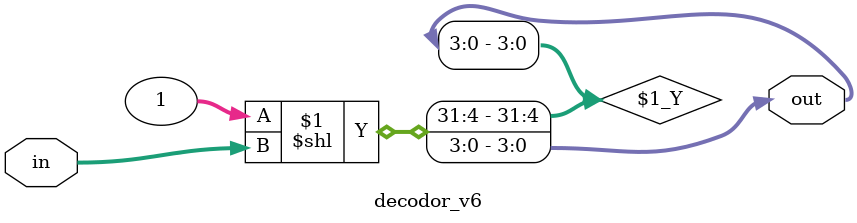
<source format=v>
module decodor_v6
	(
		input wire [1:0] in,
		output wire [3:0] out 
	);

assign out = 1 << in; 
	// prin shiftare
	// 1<<0 == 1 == 4'b0001; 
	// 1<<1 == 2 == 4'b0010; 
	// 1<<2 == 4 == 4'b0100; 
	// 1<<3 == 8 == 4'b1000; 

endmodule

</source>
